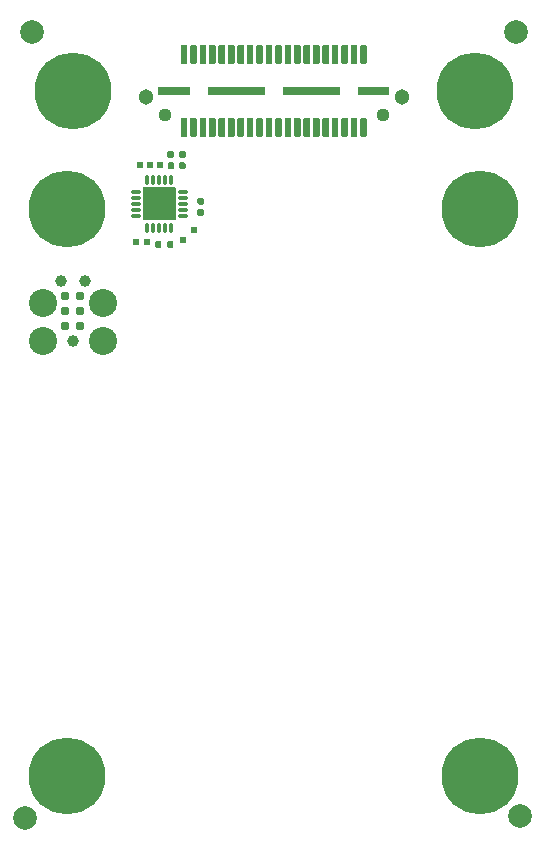
<source format=gbr>
%TF.GenerationSoftware,KiCad,Pcbnew,(5.1.9)-1*%
%TF.CreationDate,2021-04-14T12:12:14-07:00*%
%TF.ProjectId,SZG-TEMPLATE-STD,535a472d-5445-44d5-904c-4154452d5354,A*%
%TF.SameCoordinates,Original*%
%TF.FileFunction,Soldermask,Bot*%
%TF.FilePolarity,Negative*%
%FSLAX46Y46*%
G04 Gerber Fmt 4.6, Leading zero omitted, Abs format (unit mm)*
G04 Created by KiCad (PCBNEW (5.1.9)-1) date 2021-04-14 12:12:14*
%MOMM*%
%LPD*%
G01*
G04 APERTURE LIST*
%ADD10C,0.787400*%
%ADD11C,2.374900*%
%ADD12C,0.990600*%
%ADD13C,3.600000*%
%ADD14C,6.500000*%
%ADD15O,0.901600X0.351600*%
%ADD16O,0.351600X0.901600*%
%ADD17C,1.301600*%
%ADD18C,1.121600*%
%ADD19C,0.609600*%
%ADD20C,2.000000*%
G04 APERTURE END LIST*
D10*
%TO.C,J2*%
X126035000Y-83130000D03*
X126035000Y-85670000D03*
X124765000Y-83130000D03*
X126035000Y-84400000D03*
X124765000Y-84400000D03*
X124765000Y-85670000D03*
D11*
X127940000Y-86940000D03*
X122860000Y-86940000D03*
X122860000Y-83765000D03*
X127940000Y-83765000D03*
D12*
X124384000Y-81860000D03*
X126416000Y-81860000D03*
X125400000Y-86940000D03*
%TD*%
D13*
%TO.C,H6*%
X159900000Y-123800000D03*
D14*
X159900000Y-123800000D03*
%TD*%
D13*
%TO.C,H5*%
X124900000Y-123800000D03*
D14*
X124900000Y-123800000D03*
%TD*%
D13*
%TO.C,H4*%
X159900000Y-75800000D03*
D14*
X159900000Y-75800000D03*
%TD*%
D13*
%TO.C,H3*%
X124900000Y-75800000D03*
D14*
X124900000Y-75800000D03*
%TD*%
D13*
%TO.C,H2*%
X159400000Y-65800000D03*
D14*
X159400000Y-65800000D03*
%TD*%
D13*
%TO.C,H1*%
X125400000Y-65800000D03*
D14*
X125400000Y-65800000D03*
%TD*%
%TO.C,U1*%
G36*
G01*
X131351600Y-73960000D02*
X134051600Y-73960000D01*
G75*
G02*
X134102400Y-74010800I0J-50800D01*
G01*
X134102400Y-76710800D01*
G75*
G02*
X134051600Y-76761600I-50800J0D01*
G01*
X131351600Y-76761600D01*
G75*
G02*
X131300800Y-76710800I0J50800D01*
G01*
X131300800Y-74010800D01*
G75*
G02*
X131351600Y-73960000I50800J0D01*
G01*
G37*
D15*
X130701600Y-75360800D03*
X130701600Y-74860800D03*
D16*
X131701600Y-77360800D03*
D15*
X130701600Y-74360800D03*
X130701600Y-76360800D03*
D16*
X133201600Y-77360800D03*
D15*
X134701600Y-75360800D03*
X134701600Y-74360800D03*
D16*
X131701600Y-73360800D03*
D15*
X130701600Y-75860800D03*
D16*
X132201600Y-77360800D03*
X132701600Y-77360800D03*
D15*
X134701600Y-74860800D03*
X134701600Y-75860800D03*
D16*
X132701600Y-73360800D03*
D15*
X134701600Y-76360800D03*
D16*
X133701600Y-77360800D03*
X133701600Y-73360800D03*
X133201600Y-73360800D03*
X132201600Y-73360800D03*
%TD*%
%TO.C,J1*%
G36*
G01*
X149524520Y-66120000D02*
X149524520Y-65480000D01*
G75*
G02*
X149575320Y-65429200I50800J0D01*
G01*
X152115320Y-65429200D01*
G75*
G02*
X152166120Y-65480000I0J-50800D01*
G01*
X152166120Y-66120000D01*
G75*
G02*
X152115320Y-66170800I-50800J0D01*
G01*
X149575320Y-66170800D01*
G75*
G02*
X149524520Y-66120000I0J50800D01*
G01*
G37*
G36*
G01*
X143174520Y-66120000D02*
X143174520Y-65480000D01*
G75*
G02*
X143225320Y-65429200I50800J0D01*
G01*
X147925320Y-65429200D01*
G75*
G02*
X147976120Y-65480000I0J-50800D01*
G01*
X147976120Y-66120000D01*
G75*
G02*
X147925320Y-66170800I-50800J0D01*
G01*
X143225320Y-66170800D01*
G75*
G02*
X143174520Y-66120000I0J50800D01*
G01*
G37*
G36*
G01*
X136824520Y-66120000D02*
X136824520Y-65480000D01*
G75*
G02*
X136875320Y-65429200I50800J0D01*
G01*
X141575320Y-65429200D01*
G75*
G02*
X141626120Y-65480000I0J-50800D01*
G01*
X141626120Y-66120000D01*
G75*
G02*
X141575320Y-66170800I-50800J0D01*
G01*
X136875320Y-66170800D01*
G75*
G02*
X136824520Y-66120000I0J50800D01*
G01*
G37*
G36*
G01*
X132634520Y-66120000D02*
X132634520Y-65480000D01*
G75*
G02*
X132685320Y-65429200I50800J0D01*
G01*
X135225320Y-65429200D01*
G75*
G02*
X135276120Y-65480000I0J-50800D01*
G01*
X135276120Y-66120000D01*
G75*
G02*
X135225320Y-66170800I-50800J0D01*
G01*
X132685320Y-66170800D01*
G75*
G02*
X132634520Y-66120000I0J50800D01*
G01*
G37*
G36*
G01*
X149719520Y-63435000D02*
X149719520Y-61985000D01*
G75*
G02*
X149770320Y-61934200I50800J0D01*
G01*
X150230320Y-61934200D01*
G75*
G02*
X150281120Y-61985000I0J-50800D01*
G01*
X150281120Y-63435000D01*
G75*
G02*
X150230320Y-63485800I-50800J0D01*
G01*
X149770320Y-63485800D01*
G75*
G02*
X149719520Y-63435000I0J50800D01*
G01*
G37*
G36*
G01*
X149719520Y-69615000D02*
X149719520Y-68165000D01*
G75*
G02*
X149770320Y-68114200I50800J0D01*
G01*
X150230320Y-68114200D01*
G75*
G02*
X150281120Y-68165000I0J-50800D01*
G01*
X150281120Y-69615000D01*
G75*
G02*
X150230320Y-69665800I-50800J0D01*
G01*
X149770320Y-69665800D01*
G75*
G02*
X149719520Y-69615000I0J50800D01*
G01*
G37*
G36*
G01*
X148919520Y-63435000D02*
X148919520Y-61985000D01*
G75*
G02*
X148970320Y-61934200I50800J0D01*
G01*
X149430320Y-61934200D01*
G75*
G02*
X149481120Y-61985000I0J-50800D01*
G01*
X149481120Y-63435000D01*
G75*
G02*
X149430320Y-63485800I-50800J0D01*
G01*
X148970320Y-63485800D01*
G75*
G02*
X148919520Y-63435000I0J50800D01*
G01*
G37*
G36*
G01*
X148919520Y-69615000D02*
X148919520Y-68165000D01*
G75*
G02*
X148970320Y-68114200I50800J0D01*
G01*
X149430320Y-68114200D01*
G75*
G02*
X149481120Y-68165000I0J-50800D01*
G01*
X149481120Y-69615000D01*
G75*
G02*
X149430320Y-69665800I-50800J0D01*
G01*
X148970320Y-69665800D01*
G75*
G02*
X148919520Y-69615000I0J50800D01*
G01*
G37*
G36*
G01*
X148119520Y-63435000D02*
X148119520Y-61985000D01*
G75*
G02*
X148170320Y-61934200I50800J0D01*
G01*
X148630320Y-61934200D01*
G75*
G02*
X148681120Y-61985000I0J-50800D01*
G01*
X148681120Y-63435000D01*
G75*
G02*
X148630320Y-63485800I-50800J0D01*
G01*
X148170320Y-63485800D01*
G75*
G02*
X148119520Y-63435000I0J50800D01*
G01*
G37*
G36*
G01*
X148119520Y-69615000D02*
X148119520Y-68165000D01*
G75*
G02*
X148170320Y-68114200I50800J0D01*
G01*
X148630320Y-68114200D01*
G75*
G02*
X148681120Y-68165000I0J-50800D01*
G01*
X148681120Y-69615000D01*
G75*
G02*
X148630320Y-69665800I-50800J0D01*
G01*
X148170320Y-69665800D01*
G75*
G02*
X148119520Y-69615000I0J50800D01*
G01*
G37*
G36*
G01*
X147319520Y-63435000D02*
X147319520Y-61985000D01*
G75*
G02*
X147370320Y-61934200I50800J0D01*
G01*
X147830320Y-61934200D01*
G75*
G02*
X147881120Y-61985000I0J-50800D01*
G01*
X147881120Y-63435000D01*
G75*
G02*
X147830320Y-63485800I-50800J0D01*
G01*
X147370320Y-63485800D01*
G75*
G02*
X147319520Y-63435000I0J50800D01*
G01*
G37*
G36*
G01*
X147319520Y-69615000D02*
X147319520Y-68165000D01*
G75*
G02*
X147370320Y-68114200I50800J0D01*
G01*
X147830320Y-68114200D01*
G75*
G02*
X147881120Y-68165000I0J-50800D01*
G01*
X147881120Y-69615000D01*
G75*
G02*
X147830320Y-69665800I-50800J0D01*
G01*
X147370320Y-69665800D01*
G75*
G02*
X147319520Y-69615000I0J50800D01*
G01*
G37*
G36*
G01*
X146519520Y-63435000D02*
X146519520Y-61985000D01*
G75*
G02*
X146570320Y-61934200I50800J0D01*
G01*
X147030320Y-61934200D01*
G75*
G02*
X147081120Y-61985000I0J-50800D01*
G01*
X147081120Y-63435000D01*
G75*
G02*
X147030320Y-63485800I-50800J0D01*
G01*
X146570320Y-63485800D01*
G75*
G02*
X146519520Y-63435000I0J50800D01*
G01*
G37*
G36*
G01*
X146519520Y-69615000D02*
X146519520Y-68165000D01*
G75*
G02*
X146570320Y-68114200I50800J0D01*
G01*
X147030320Y-68114200D01*
G75*
G02*
X147081120Y-68165000I0J-50800D01*
G01*
X147081120Y-69615000D01*
G75*
G02*
X147030320Y-69665800I-50800J0D01*
G01*
X146570320Y-69665800D01*
G75*
G02*
X146519520Y-69615000I0J50800D01*
G01*
G37*
G36*
G01*
X145719520Y-63435000D02*
X145719520Y-61985000D01*
G75*
G02*
X145770320Y-61934200I50800J0D01*
G01*
X146230320Y-61934200D01*
G75*
G02*
X146281120Y-61985000I0J-50800D01*
G01*
X146281120Y-63435000D01*
G75*
G02*
X146230320Y-63485800I-50800J0D01*
G01*
X145770320Y-63485800D01*
G75*
G02*
X145719520Y-63435000I0J50800D01*
G01*
G37*
G36*
G01*
X145719520Y-69615000D02*
X145719520Y-68165000D01*
G75*
G02*
X145770320Y-68114200I50800J0D01*
G01*
X146230320Y-68114200D01*
G75*
G02*
X146281120Y-68165000I0J-50800D01*
G01*
X146281120Y-69615000D01*
G75*
G02*
X146230320Y-69665800I-50800J0D01*
G01*
X145770320Y-69665800D01*
G75*
G02*
X145719520Y-69615000I0J50800D01*
G01*
G37*
G36*
G01*
X144919520Y-63435000D02*
X144919520Y-61985000D01*
G75*
G02*
X144970320Y-61934200I50800J0D01*
G01*
X145430320Y-61934200D01*
G75*
G02*
X145481120Y-61985000I0J-50800D01*
G01*
X145481120Y-63435000D01*
G75*
G02*
X145430320Y-63485800I-50800J0D01*
G01*
X144970320Y-63485800D01*
G75*
G02*
X144919520Y-63435000I0J50800D01*
G01*
G37*
G36*
G01*
X144919520Y-69615000D02*
X144919520Y-68165000D01*
G75*
G02*
X144970320Y-68114200I50800J0D01*
G01*
X145430320Y-68114200D01*
G75*
G02*
X145481120Y-68165000I0J-50800D01*
G01*
X145481120Y-69615000D01*
G75*
G02*
X145430320Y-69665800I-50800J0D01*
G01*
X144970320Y-69665800D01*
G75*
G02*
X144919520Y-69615000I0J50800D01*
G01*
G37*
G36*
G01*
X144119520Y-63435000D02*
X144119520Y-61985000D01*
G75*
G02*
X144170320Y-61934200I50800J0D01*
G01*
X144630320Y-61934200D01*
G75*
G02*
X144681120Y-61985000I0J-50800D01*
G01*
X144681120Y-63435000D01*
G75*
G02*
X144630320Y-63485800I-50800J0D01*
G01*
X144170320Y-63485800D01*
G75*
G02*
X144119520Y-63435000I0J50800D01*
G01*
G37*
G36*
G01*
X144119520Y-69615000D02*
X144119520Y-68165000D01*
G75*
G02*
X144170320Y-68114200I50800J0D01*
G01*
X144630320Y-68114200D01*
G75*
G02*
X144681120Y-68165000I0J-50800D01*
G01*
X144681120Y-69615000D01*
G75*
G02*
X144630320Y-69665800I-50800J0D01*
G01*
X144170320Y-69665800D01*
G75*
G02*
X144119520Y-69615000I0J50800D01*
G01*
G37*
G36*
G01*
X143319520Y-63435000D02*
X143319520Y-61985000D01*
G75*
G02*
X143370320Y-61934200I50800J0D01*
G01*
X143830320Y-61934200D01*
G75*
G02*
X143881120Y-61985000I0J-50800D01*
G01*
X143881120Y-63435000D01*
G75*
G02*
X143830320Y-63485800I-50800J0D01*
G01*
X143370320Y-63485800D01*
G75*
G02*
X143319520Y-63435000I0J50800D01*
G01*
G37*
G36*
G01*
X143319520Y-69615000D02*
X143319520Y-68165000D01*
G75*
G02*
X143370320Y-68114200I50800J0D01*
G01*
X143830320Y-68114200D01*
G75*
G02*
X143881120Y-68165000I0J-50800D01*
G01*
X143881120Y-69615000D01*
G75*
G02*
X143830320Y-69665800I-50800J0D01*
G01*
X143370320Y-69665800D01*
G75*
G02*
X143319520Y-69615000I0J50800D01*
G01*
G37*
G36*
G01*
X142519520Y-63435000D02*
X142519520Y-61985000D01*
G75*
G02*
X142570320Y-61934200I50800J0D01*
G01*
X143030320Y-61934200D01*
G75*
G02*
X143081120Y-61985000I0J-50800D01*
G01*
X143081120Y-63435000D01*
G75*
G02*
X143030320Y-63485800I-50800J0D01*
G01*
X142570320Y-63485800D01*
G75*
G02*
X142519520Y-63435000I0J50800D01*
G01*
G37*
G36*
G01*
X142519520Y-69615000D02*
X142519520Y-68165000D01*
G75*
G02*
X142570320Y-68114200I50800J0D01*
G01*
X143030320Y-68114200D01*
G75*
G02*
X143081120Y-68165000I0J-50800D01*
G01*
X143081120Y-69615000D01*
G75*
G02*
X143030320Y-69665800I-50800J0D01*
G01*
X142570320Y-69665800D01*
G75*
G02*
X142519520Y-69615000I0J50800D01*
G01*
G37*
G36*
G01*
X141719520Y-63435000D02*
X141719520Y-61985000D01*
G75*
G02*
X141770320Y-61934200I50800J0D01*
G01*
X142230320Y-61934200D01*
G75*
G02*
X142281120Y-61985000I0J-50800D01*
G01*
X142281120Y-63435000D01*
G75*
G02*
X142230320Y-63485800I-50800J0D01*
G01*
X141770320Y-63485800D01*
G75*
G02*
X141719520Y-63435000I0J50800D01*
G01*
G37*
G36*
G01*
X141719520Y-69615000D02*
X141719520Y-68165000D01*
G75*
G02*
X141770320Y-68114200I50800J0D01*
G01*
X142230320Y-68114200D01*
G75*
G02*
X142281120Y-68165000I0J-50800D01*
G01*
X142281120Y-69615000D01*
G75*
G02*
X142230320Y-69665800I-50800J0D01*
G01*
X141770320Y-69665800D01*
G75*
G02*
X141719520Y-69615000I0J50800D01*
G01*
G37*
G36*
G01*
X140919520Y-63435000D02*
X140919520Y-61985000D01*
G75*
G02*
X140970320Y-61934200I50800J0D01*
G01*
X141430320Y-61934200D01*
G75*
G02*
X141481120Y-61985000I0J-50800D01*
G01*
X141481120Y-63435000D01*
G75*
G02*
X141430320Y-63485800I-50800J0D01*
G01*
X140970320Y-63485800D01*
G75*
G02*
X140919520Y-63435000I0J50800D01*
G01*
G37*
G36*
G01*
X140919520Y-69615000D02*
X140919520Y-68165000D01*
G75*
G02*
X140970320Y-68114200I50800J0D01*
G01*
X141430320Y-68114200D01*
G75*
G02*
X141481120Y-68165000I0J-50800D01*
G01*
X141481120Y-69615000D01*
G75*
G02*
X141430320Y-69665800I-50800J0D01*
G01*
X140970320Y-69665800D01*
G75*
G02*
X140919520Y-69615000I0J50800D01*
G01*
G37*
G36*
G01*
X140119520Y-63435000D02*
X140119520Y-61985000D01*
G75*
G02*
X140170320Y-61934200I50800J0D01*
G01*
X140630320Y-61934200D01*
G75*
G02*
X140681120Y-61985000I0J-50800D01*
G01*
X140681120Y-63435000D01*
G75*
G02*
X140630320Y-63485800I-50800J0D01*
G01*
X140170320Y-63485800D01*
G75*
G02*
X140119520Y-63435000I0J50800D01*
G01*
G37*
G36*
G01*
X140119520Y-69615000D02*
X140119520Y-68165000D01*
G75*
G02*
X140170320Y-68114200I50800J0D01*
G01*
X140630320Y-68114200D01*
G75*
G02*
X140681120Y-68165000I0J-50800D01*
G01*
X140681120Y-69615000D01*
G75*
G02*
X140630320Y-69665800I-50800J0D01*
G01*
X140170320Y-69665800D01*
G75*
G02*
X140119520Y-69615000I0J50800D01*
G01*
G37*
G36*
G01*
X139319520Y-63435000D02*
X139319520Y-61985000D01*
G75*
G02*
X139370320Y-61934200I50800J0D01*
G01*
X139830320Y-61934200D01*
G75*
G02*
X139881120Y-61985000I0J-50800D01*
G01*
X139881120Y-63435000D01*
G75*
G02*
X139830320Y-63485800I-50800J0D01*
G01*
X139370320Y-63485800D01*
G75*
G02*
X139319520Y-63435000I0J50800D01*
G01*
G37*
G36*
G01*
X139319520Y-69615000D02*
X139319520Y-68165000D01*
G75*
G02*
X139370320Y-68114200I50800J0D01*
G01*
X139830320Y-68114200D01*
G75*
G02*
X139881120Y-68165000I0J-50800D01*
G01*
X139881120Y-69615000D01*
G75*
G02*
X139830320Y-69665800I-50800J0D01*
G01*
X139370320Y-69665800D01*
G75*
G02*
X139319520Y-69615000I0J50800D01*
G01*
G37*
G36*
G01*
X138519520Y-63435000D02*
X138519520Y-61985000D01*
G75*
G02*
X138570320Y-61934200I50800J0D01*
G01*
X139030320Y-61934200D01*
G75*
G02*
X139081120Y-61985000I0J-50800D01*
G01*
X139081120Y-63435000D01*
G75*
G02*
X139030320Y-63485800I-50800J0D01*
G01*
X138570320Y-63485800D01*
G75*
G02*
X138519520Y-63435000I0J50800D01*
G01*
G37*
G36*
G01*
X138519520Y-69615000D02*
X138519520Y-68165000D01*
G75*
G02*
X138570320Y-68114200I50800J0D01*
G01*
X139030320Y-68114200D01*
G75*
G02*
X139081120Y-68165000I0J-50800D01*
G01*
X139081120Y-69615000D01*
G75*
G02*
X139030320Y-69665800I-50800J0D01*
G01*
X138570320Y-69665800D01*
G75*
G02*
X138519520Y-69615000I0J50800D01*
G01*
G37*
G36*
G01*
X137719520Y-63435000D02*
X137719520Y-61985000D01*
G75*
G02*
X137770320Y-61934200I50800J0D01*
G01*
X138230320Y-61934200D01*
G75*
G02*
X138281120Y-61985000I0J-50800D01*
G01*
X138281120Y-63435000D01*
G75*
G02*
X138230320Y-63485800I-50800J0D01*
G01*
X137770320Y-63485800D01*
G75*
G02*
X137719520Y-63435000I0J50800D01*
G01*
G37*
G36*
G01*
X137719520Y-69615000D02*
X137719520Y-68165000D01*
G75*
G02*
X137770320Y-68114200I50800J0D01*
G01*
X138230320Y-68114200D01*
G75*
G02*
X138281120Y-68165000I0J-50800D01*
G01*
X138281120Y-69615000D01*
G75*
G02*
X138230320Y-69665800I-50800J0D01*
G01*
X137770320Y-69665800D01*
G75*
G02*
X137719520Y-69615000I0J50800D01*
G01*
G37*
G36*
G01*
X136919520Y-63435000D02*
X136919520Y-61985000D01*
G75*
G02*
X136970320Y-61934200I50800J0D01*
G01*
X137430320Y-61934200D01*
G75*
G02*
X137481120Y-61985000I0J-50800D01*
G01*
X137481120Y-63435000D01*
G75*
G02*
X137430320Y-63485800I-50800J0D01*
G01*
X136970320Y-63485800D01*
G75*
G02*
X136919520Y-63435000I0J50800D01*
G01*
G37*
G36*
G01*
X136919520Y-69615000D02*
X136919520Y-68165000D01*
G75*
G02*
X136970320Y-68114200I50800J0D01*
G01*
X137430320Y-68114200D01*
G75*
G02*
X137481120Y-68165000I0J-50800D01*
G01*
X137481120Y-69615000D01*
G75*
G02*
X137430320Y-69665800I-50800J0D01*
G01*
X136970320Y-69665800D01*
G75*
G02*
X136919520Y-69615000I0J50800D01*
G01*
G37*
G36*
G01*
X136119520Y-63435000D02*
X136119520Y-61985000D01*
G75*
G02*
X136170320Y-61934200I50800J0D01*
G01*
X136630320Y-61934200D01*
G75*
G02*
X136681120Y-61985000I0J-50800D01*
G01*
X136681120Y-63435000D01*
G75*
G02*
X136630320Y-63485800I-50800J0D01*
G01*
X136170320Y-63485800D01*
G75*
G02*
X136119520Y-63435000I0J50800D01*
G01*
G37*
G36*
G01*
X136119520Y-69615000D02*
X136119520Y-68165000D01*
G75*
G02*
X136170320Y-68114200I50800J0D01*
G01*
X136630320Y-68114200D01*
G75*
G02*
X136681120Y-68165000I0J-50800D01*
G01*
X136681120Y-69615000D01*
G75*
G02*
X136630320Y-69665800I-50800J0D01*
G01*
X136170320Y-69665800D01*
G75*
G02*
X136119520Y-69615000I0J50800D01*
G01*
G37*
G36*
G01*
X135319520Y-63435000D02*
X135319520Y-61985000D01*
G75*
G02*
X135370320Y-61934200I50800J0D01*
G01*
X135830320Y-61934200D01*
G75*
G02*
X135881120Y-61985000I0J-50800D01*
G01*
X135881120Y-63435000D01*
G75*
G02*
X135830320Y-63485800I-50800J0D01*
G01*
X135370320Y-63485800D01*
G75*
G02*
X135319520Y-63435000I0J50800D01*
G01*
G37*
G36*
G01*
X135319520Y-69615000D02*
X135319520Y-68165000D01*
G75*
G02*
X135370320Y-68114200I50800J0D01*
G01*
X135830320Y-68114200D01*
G75*
G02*
X135881120Y-68165000I0J-50800D01*
G01*
X135881120Y-69615000D01*
G75*
G02*
X135830320Y-69665800I-50800J0D01*
G01*
X135370320Y-69665800D01*
G75*
G02*
X135319520Y-69615000I0J50800D01*
G01*
G37*
G36*
G01*
X134519520Y-63435000D02*
X134519520Y-61985000D01*
G75*
G02*
X134570320Y-61934200I50800J0D01*
G01*
X135030320Y-61934200D01*
G75*
G02*
X135081120Y-61985000I0J-50800D01*
G01*
X135081120Y-63435000D01*
G75*
G02*
X135030320Y-63485800I-50800J0D01*
G01*
X134570320Y-63485800D01*
G75*
G02*
X134519520Y-63435000I0J50800D01*
G01*
G37*
G36*
G01*
X134519520Y-69615000D02*
X134519520Y-68165000D01*
G75*
G02*
X134570320Y-68114200I50800J0D01*
G01*
X135030320Y-68114200D01*
G75*
G02*
X135081120Y-68165000I0J-50800D01*
G01*
X135081120Y-69615000D01*
G75*
G02*
X135030320Y-69665800I-50800J0D01*
G01*
X134570320Y-69665800D01*
G75*
G02*
X134519520Y-69615000I0J50800D01*
G01*
G37*
D17*
X131555320Y-66300000D03*
D18*
X151640320Y-67840000D03*
D17*
X153245320Y-66300000D03*
D18*
X133160320Y-67840000D03*
%TD*%
D19*
%TO.C,TP11*%
X130745800Y-78612000D03*
%TD*%
%TO.C,TP10*%
X131050600Y-72033400D03*
%TD*%
%TO.C,TP9*%
X131660200Y-78612000D03*
%TD*%
%TO.C,TP8*%
X131914200Y-72033400D03*
%TD*%
%TO.C,TP7*%
X134733600Y-78459600D03*
%TD*%
%TO.C,TP6*%
X132777800Y-72033400D03*
%TD*%
%TO.C,TP5*%
X135622600Y-77596000D03*
%TD*%
%TO.C,R1*%
G36*
G01*
X133934800Y-70984800D02*
X133934800Y-71354800D01*
G75*
G02*
X133799800Y-71489800I-135000J0D01*
G01*
X133529800Y-71489800D01*
G75*
G02*
X133394800Y-71354800I0J135000D01*
G01*
X133394800Y-70984800D01*
G75*
G02*
X133529800Y-70849800I135000J0D01*
G01*
X133799800Y-70849800D01*
G75*
G02*
X133934800Y-70984800I0J-135000D01*
G01*
G37*
G36*
G01*
X134954800Y-70984800D02*
X134954800Y-71354800D01*
G75*
G02*
X134819800Y-71489800I-135000J0D01*
G01*
X134549800Y-71489800D01*
G75*
G02*
X134414800Y-71354800I0J135000D01*
G01*
X134414800Y-70984800D01*
G75*
G02*
X134549800Y-70849800I135000J0D01*
G01*
X134819800Y-70849800D01*
G75*
G02*
X134954800Y-70984800I0J-135000D01*
G01*
G37*
%TD*%
%TO.C,R2*%
G36*
G01*
X132893400Y-78604800D02*
X132893400Y-78974800D01*
G75*
G02*
X132758400Y-79109800I-135000J0D01*
G01*
X132488400Y-79109800D01*
G75*
G02*
X132353400Y-78974800I0J135000D01*
G01*
X132353400Y-78604800D01*
G75*
G02*
X132488400Y-78469800I135000J0D01*
G01*
X132758400Y-78469800D01*
G75*
G02*
X132893400Y-78604800I0J-135000D01*
G01*
G37*
G36*
G01*
X133913400Y-78604800D02*
X133913400Y-78974800D01*
G75*
G02*
X133778400Y-79109800I-135000J0D01*
G01*
X133508400Y-79109800D01*
G75*
G02*
X133373400Y-78974800I0J135000D01*
G01*
X133373400Y-78604800D01*
G75*
G02*
X133508400Y-78469800I135000J0D01*
G01*
X133778400Y-78469800D01*
G75*
G02*
X133913400Y-78604800I0J-135000D01*
G01*
G37*
%TD*%
%TO.C,C2*%
G36*
G01*
X134374800Y-72305000D02*
X134374800Y-71965000D01*
G75*
G02*
X134514800Y-71825000I140000J0D01*
G01*
X134794800Y-71825000D01*
G75*
G02*
X134934800Y-71965000I0J-140000D01*
G01*
X134934800Y-72305000D01*
G75*
G02*
X134794800Y-72445000I-140000J0D01*
G01*
X134514800Y-72445000D01*
G75*
G02*
X134374800Y-72305000I0J140000D01*
G01*
G37*
G36*
G01*
X133414800Y-72305000D02*
X133414800Y-71965000D01*
G75*
G02*
X133554800Y-71825000I140000J0D01*
G01*
X133834800Y-71825000D01*
G75*
G02*
X133974800Y-71965000I0J-140000D01*
G01*
X133974800Y-72305000D01*
G75*
G02*
X133834800Y-72445000I-140000J0D01*
G01*
X133554800Y-72445000D01*
G75*
G02*
X133414800Y-72305000I0J140000D01*
G01*
G37*
%TD*%
%TO.C,C1*%
G36*
G01*
X136376800Y-75414800D02*
X136036800Y-75414800D01*
G75*
G02*
X135896800Y-75274800I0J140000D01*
G01*
X135896800Y-74994800D01*
G75*
G02*
X136036800Y-74854800I140000J0D01*
G01*
X136376800Y-74854800D01*
G75*
G02*
X136516800Y-74994800I0J-140000D01*
G01*
X136516800Y-75274800D01*
G75*
G02*
X136376800Y-75414800I-140000J0D01*
G01*
G37*
G36*
G01*
X136376800Y-76374800D02*
X136036800Y-76374800D01*
G75*
G02*
X135896800Y-76234800I0J140000D01*
G01*
X135896800Y-75954800D01*
G75*
G02*
X136036800Y-75814800I140000J0D01*
G01*
X136376800Y-75814800D01*
G75*
G02*
X136516800Y-75954800I0J-140000D01*
G01*
X136516800Y-76234800D01*
G75*
G02*
X136376800Y-76374800I-140000J0D01*
G01*
G37*
%TD*%
D20*
%TO.C,FID1*%
X163212400Y-127165200D03*
%TD*%
%TO.C,FID2*%
X121322400Y-127350800D03*
%TD*%
%TO.C,FID3*%
X162900000Y-60800000D03*
%TD*%
%TO.C,FID4*%
X121900000Y-60800000D03*
%TD*%
M02*

</source>
